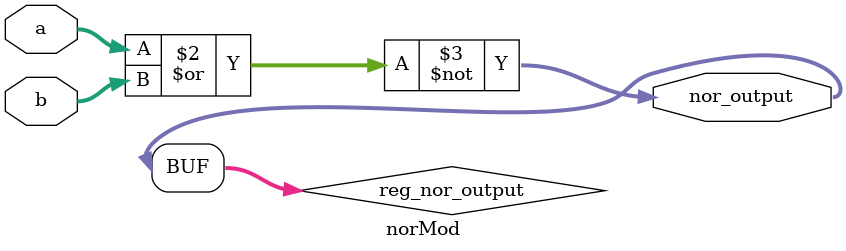
<source format=v>
module orMod(a, b, or_output);
    //---------------------------------------------
    //Inputs/Outputs/regs
    //---------------------------------------------
        input [15:0] a, b;
        output [15:0] or_output;
        reg [15:0] reg_or_output;

    always @(*) begin
        reg_or_output = (a | b);   
    end
    
    assign or_output = reg_or_output;
        
endmodule

//=============================================
//  NOR module
//  Author: Cameron Buchman
//
//  Description: 
//      This module takes in two 16-bit numbers
//      and will return one 16-bit number, as long
//      as neither A or B are valid.
//=============================================
module norMod(a, b, nor_output);
    //---------------------------------------------
    //Inputs/Outputs/regs
    //---------------------------------------------
        input [15:0] a, b;
        output [15:0] nor_output;
        reg [15:0] reg_or_output, reg_nor_output;

    always @(*) begin
        reg_nor_output = ~(a | b);
    end
    
    assign nor_output = reg_nor_output;
        
endmodule



</source>
